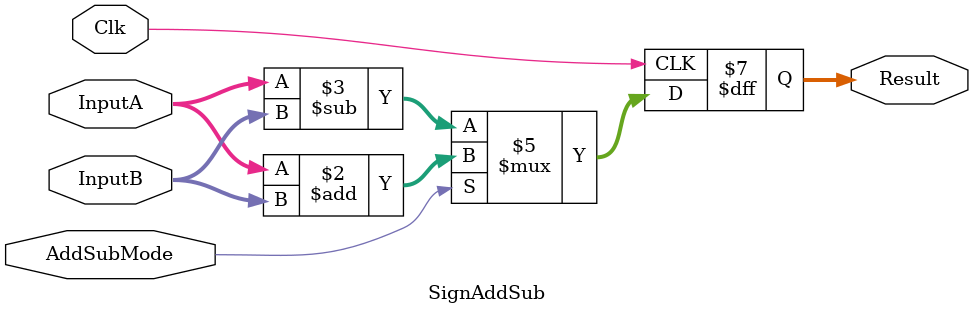
<source format=v>
`timescale 1ns / 1ps
`ifndef LIB_STYCZYNSKI_SIGN_ADD_SUB_V
`define LIB_STYCZYNSKI_SIGN_ADD_SUB_V

/*
 * Piotr Styczyński @styczynski
 * Verilog Components Library
 *
 * Adder/substractor for signed operations
 * 
 *
 * MIT License
 */
module SignAddSub
#(
	parameter INPUT_BIT_WIDTH = 8
)
(
    input Clk,
    input signed [INPUT_BIT_WIDTH-1:0] InputA,
	input signed [INPUT_BIT_WIDTH-1:0] InputB,
	input wire AddSubMode,
	output reg signed [INPUT_BIT_WIDTH-1:0] Result
);

    always @(posedge Clk)
	begin
		if(AddSubMode)
			Result <= InputA + InputB;
		else
			Result <= InputA - InputB;
	end

endmodule

`endif
</source>
